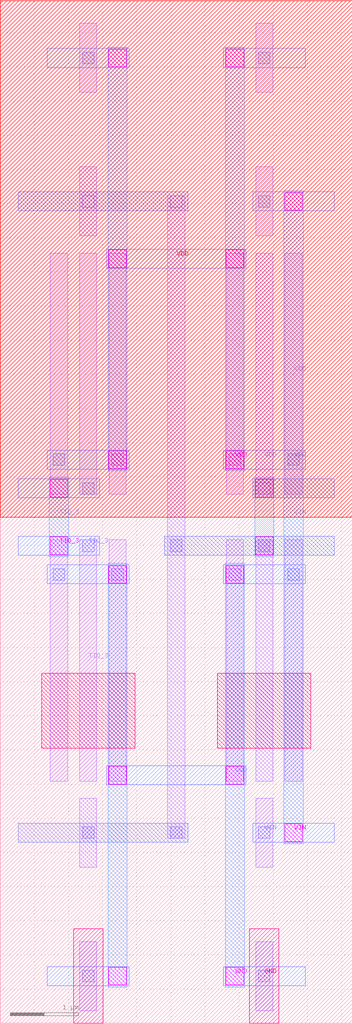
<source format=lef>
VERSION 5.7 ;
  DIVIDERCHAR "/" ;
  BUSBITCHARS "[]" ;
MACRO FLASH_ADC_SYM_3
  CLASS BLOCK ;
  FOREIGN FLASH_ADC_SYM_3 ;
  ORIGIN 0.000 0.000 ;
  SIZE 5.160 BY 14.970 ;
  PIN GND
    ANTENNADIFFAREA 1.271200 ;
    PORT
      LAYER pwell ;
        RECT 1.075 0.000 1.505 1.380 ;
        RECT 3.655 0.000 4.085 1.380 ;
      LAYER li1 ;
        RECT 0.735 3.545 0.985 7.075 ;
        RECT 1.595 3.545 1.845 7.075 ;
        RECT 3.315 3.545 3.565 7.075 ;
        RECT 4.175 3.545 4.425 7.075 ;
        RECT 1.165 0.185 1.415 1.195 ;
        RECT 3.745 0.185 3.995 1.195 ;
      LAYER mcon ;
        RECT 0.775 6.485 0.945 6.655 ;
        RECT 1.635 6.485 1.805 6.655 ;
        RECT 3.355 6.485 3.525 6.655 ;
        RECT 4.215 6.485 4.385 6.655 ;
        RECT 1.205 0.605 1.375 0.775 ;
        RECT 3.785 0.605 3.955 0.775 ;
      LAYER met1 ;
        RECT 0.690 6.430 1.890 6.710 ;
        RECT 3.270 6.430 4.470 6.710 ;
        RECT 1.560 3.490 3.600 3.770 ;
        RECT 0.690 0.550 1.890 0.830 ;
        RECT 3.270 0.550 4.470 0.830 ;
      LAYER via ;
        RECT 1.590 6.440 1.850 6.700 ;
        RECT 3.310 6.440 3.570 6.700 ;
        RECT 1.590 3.500 1.850 3.760 ;
        RECT 3.310 3.500 3.570 3.760 ;
        RECT 1.590 0.560 1.850 0.820 ;
        RECT 3.310 0.560 3.570 0.820 ;
      LAYER met2 ;
        RECT 1.580 0.530 1.860 6.730 ;
        RECT 3.300 0.530 3.580 6.730 ;
    END
  END GND
  PIN VDD
    ANTENNADIFFAREA 2.161600 ;
    PORT
      LAYER nwell ;
        RECT 0.000 7.410 5.160 14.970 ;
      LAYER li1 ;
        RECT 1.165 13.625 1.415 14.635 ;
        RECT 3.745 13.625 3.995 14.635 ;
        RECT 0.735 7.745 0.985 11.275 ;
        RECT 1.595 7.745 1.845 11.275 ;
        RECT 3.315 7.745 3.565 11.275 ;
        RECT 4.175 7.745 4.425 11.275 ;
      LAYER mcon ;
        RECT 1.205 14.045 1.375 14.215 ;
        RECT 3.785 14.045 3.955 14.215 ;
        RECT 0.775 8.165 0.945 8.335 ;
        RECT 1.635 8.165 1.805 8.335 ;
        RECT 3.355 8.165 3.525 8.335 ;
        RECT 4.215 8.165 4.385 8.335 ;
      LAYER met1 ;
        RECT 0.690 13.990 1.890 14.270 ;
        RECT 3.270 13.990 4.470 14.270 ;
        RECT 1.560 11.050 3.600 11.330 ;
        RECT 0.690 8.110 1.890 8.390 ;
        RECT 3.270 8.110 4.470 8.390 ;
      LAYER via ;
        RECT 1.590 14.000 1.850 14.260 ;
        RECT 3.310 14.000 3.570 14.260 ;
        RECT 1.590 11.060 1.850 11.320 ;
        RECT 3.310 11.060 3.570 11.320 ;
        RECT 1.590 8.120 1.850 8.380 ;
        RECT 3.310 8.120 3.570 8.380 ;
      LAYER met2 ;
        RECT 1.580 8.090 1.860 14.290 ;
        RECT 3.300 8.090 3.580 14.290 ;
    END
  END VDD
  PIN VIN
    ANTENNAGATEAREA 0.756000 ;
    PORT
      LAYER li1 ;
        RECT 3.745 11.525 3.995 12.535 ;
        RECT 3.745 2.285 3.995 3.295 ;
      LAYER mcon ;
        RECT 3.785 11.945 3.955 12.115 ;
        RECT 3.785 2.705 3.955 2.875 ;
      LAYER met1 ;
        RECT 3.700 11.890 4.900 12.170 ;
        RECT 3.700 2.650 4.900 2.930 ;
      LAYER via ;
        RECT 4.170 11.900 4.430 12.160 ;
        RECT 4.170 2.660 4.430 2.920 ;
      LAYER met2 ;
        RECT 4.160 2.630 4.440 12.190 ;
    END
  END VIN
  PIN TIQ_3
    ANTENNADIFFAREA 0.705600 ;
    PORT
      LAYER li1 ;
        RECT 1.165 7.745 1.415 11.275 ;
        RECT 1.165 3.545 1.415 7.075 ;
      LAYER mcon ;
        RECT 1.205 7.745 1.375 7.915 ;
        RECT 1.205 6.905 1.375 7.075 ;
      LAYER met1 ;
        RECT 0.260 7.690 1.460 7.970 ;
        RECT 0.260 6.850 1.460 7.130 ;
      LAYER via ;
        RECT 0.730 7.700 0.990 7.960 ;
        RECT 0.730 6.860 0.990 7.120 ;
      LAYER met2 ;
        RECT 0.720 6.830 1.000 7.990 ;
    END
  END TIQ_3
  OBS
      LAYER pwell ;
        RECT 0.605 4.025 1.975 5.125 ;
        RECT 3.185 4.025 4.555 5.125 ;
      LAYER li1 ;
        RECT 1.165 11.525 1.415 12.535 ;
        RECT 1.165 2.285 1.415 3.295 ;
        RECT 2.455 2.705 2.705 12.115 ;
        RECT 3.745 7.745 3.995 11.275 ;
        RECT 3.745 3.545 3.995 7.075 ;
      LAYER mcon ;
        RECT 1.205 11.945 1.375 12.115 ;
        RECT 2.495 11.945 2.665 12.115 ;
        RECT 3.785 7.745 3.955 7.915 ;
        RECT 2.495 6.905 2.665 7.075 ;
        RECT 1.205 2.705 1.375 2.875 ;
        RECT 3.785 6.905 3.955 7.075 ;
        RECT 2.495 2.705 2.665 2.875 ;
      LAYER met1 ;
        RECT 0.260 11.890 2.750 12.170 ;
        RECT 3.700 7.690 4.900 7.970 ;
        RECT 2.410 6.850 4.900 7.130 ;
        RECT 0.260 2.650 2.750 2.930 ;
      LAYER via ;
        RECT 3.740 7.700 4.000 7.960 ;
        RECT 3.740 6.860 4.000 7.120 ;
      LAYER met2 ;
        RECT 3.730 6.830 4.010 7.990 ;
  END
END FLASH_ADC_SYM_3
END LIBRARY


</source>
